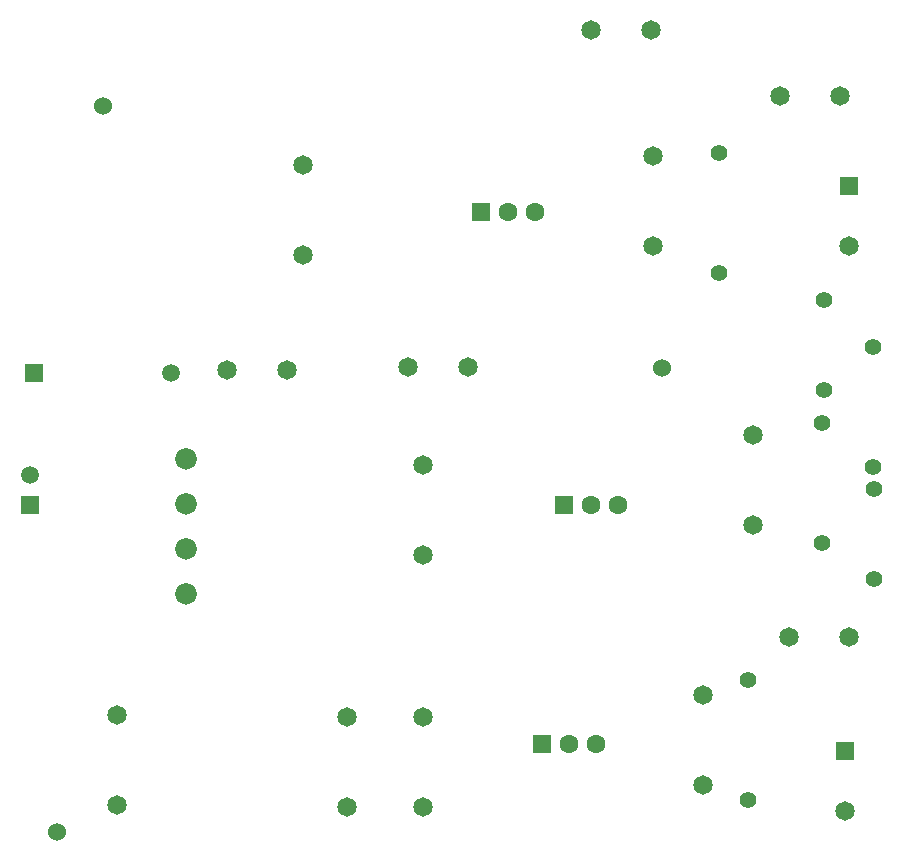
<source format=gbr>
%TF.GenerationSoftware,Altium Limited,Altium Designer,20.1.11 (218)*%
G04 Layer_Color=255*
%FSLAX26Y26*%
%MOIN*%
%TF.SameCoordinates,1DCD3DB5-9A7A-439C-B071-390915EAFCA4*%
%TF.FilePolarity,Positive*%
%TF.FileFunction,Pads,Bot*%
%TF.Part,Single*%
G01*
G75*
%TA.AperFunction,ViaPad*%
%ADD10C,0.060000*%
%TA.AperFunction,ComponentPad*%
%ADD11C,0.064961*%
%ADD12C,0.059055*%
%ADD13R,0.059055X0.059055*%
%ADD14R,0.059055X0.059055*%
%ADD15C,0.062992*%
%ADD16R,0.062992X0.062992*%
%ADD17R,0.064961X0.064961*%
%ADD18C,0.055118*%
%ADD19C,0.072047*%
D10*
X180000Y225000D02*
D03*
X2194000Y1772000D02*
D03*
X331000Y2648000D02*
D03*
D11*
X1145000Y310001D02*
D03*
Y610001D02*
D03*
X1400000Y309999D02*
D03*
Y609999D02*
D03*
X2805000Y297000D02*
D03*
X1960000Y2900000D02*
D03*
X2160000D02*
D03*
X2500000Y1250000D02*
D03*
Y1550000D02*
D03*
X1000000Y2150000D02*
D03*
Y2450000D02*
D03*
X2165000Y2180000D02*
D03*
Y2480000D02*
D03*
X2332000Y383000D02*
D03*
Y683000D02*
D03*
X2820000Y2180000D02*
D03*
X380000Y615000D02*
D03*
Y315000D02*
D03*
X745000Y1765000D02*
D03*
X945000D02*
D03*
X1550000Y1775000D02*
D03*
X1350000D02*
D03*
X2820000Y875000D02*
D03*
X2620000D02*
D03*
X2790000Y2680000D02*
D03*
X2590000D02*
D03*
X1400000Y1150000D02*
D03*
Y1450000D02*
D03*
D12*
X559330Y1755000D02*
D03*
X90000Y1415000D02*
D03*
D13*
X100670Y1755000D02*
D03*
D14*
X90000Y1315000D02*
D03*
D15*
X1772765Y2294000D02*
D03*
X1683001D02*
D03*
X2049764Y1315000D02*
D03*
X1960000D02*
D03*
X1974528Y520000D02*
D03*
X1884764D02*
D03*
D16*
X1593237Y2294000D02*
D03*
X1870236Y1315000D02*
D03*
X1795000Y520000D02*
D03*
D17*
X2805000Y497000D02*
D03*
X2820000Y2380000D02*
D03*
D18*
X2900000Y1843000D02*
D03*
Y1443000D02*
D03*
X2902000Y1069872D02*
D03*
Y1369872D02*
D03*
X2385000Y2490000D02*
D03*
Y2090000D02*
D03*
X2483000Y333000D02*
D03*
Y733000D02*
D03*
X2729000Y1591000D02*
D03*
Y1191000D02*
D03*
X2736000Y1700000D02*
D03*
Y2000000D02*
D03*
D19*
X607307Y1021000D02*
D03*
Y1171000D02*
D03*
Y1321000D02*
D03*
Y1471000D02*
D03*
%TF.MD5,808194a782b44f7d4707d6947f271700*%
M02*

</source>
